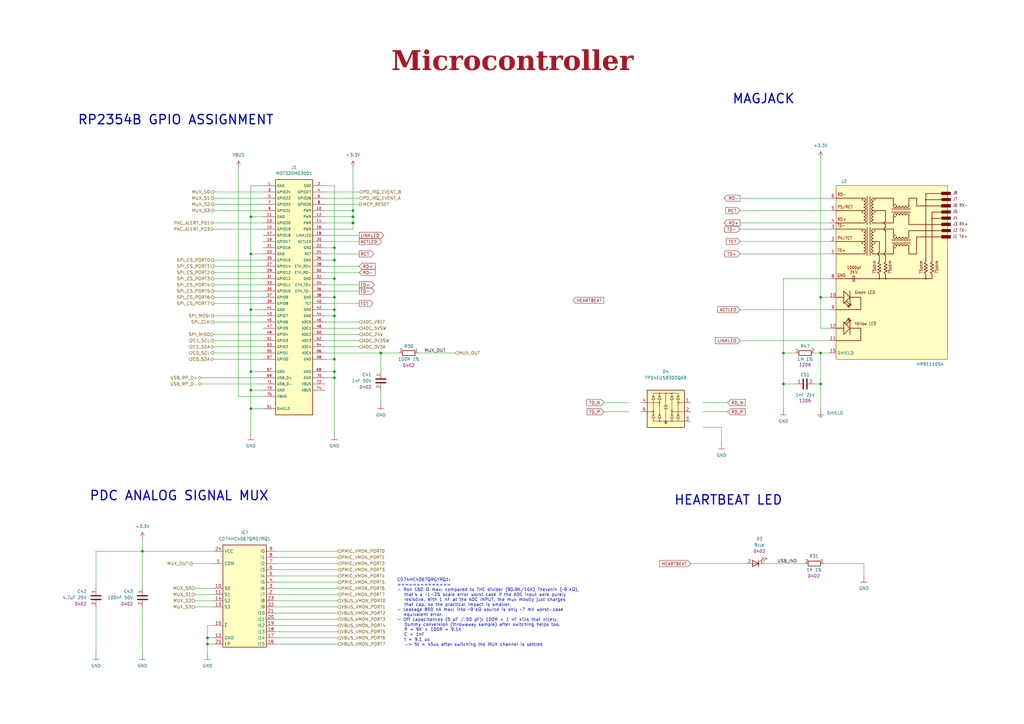
<source format=kicad_sch>
(kicad_sch (version 20250114) (generator "eeschema") (generator_version "9.0")
  (paper "A3")
  (title_block (title "Microcontroller") (date "2026-02-05") (rev "1.0.0") (company "DvidMakesThings"))
  (lib_symbols
    (symbol "DS_Capacitor_0402:100nF 50V 0402"
      (property "Reference" "C" (at 3.81 2.032 0))
      (property "Value" "100nF 50V" (at 3.81 0 0))
      (property "FOOTPRINT_SHORT" "0402" (at 3.81 -2.032 0))
      (symbol "100nF 50V 0402_1_1"
        (pin passive line (at 0 3.81 270) (length 2.794) (name "~") (number "1"))
        (pin passive line (at 0 -3.81 90) (length 2.794) (name "~") (number "2"))
      )
    )
    (symbol "DS_Capacitor_0402:1nF 50V 0402"
      (property "Reference" "C" (at 3.81 2.032 0))
      (property "Value" "1nF 50V" (at 3.81 0 0))
      (property "FOOTPRINT_SHORT" "0402" (at 3.81 -2.032 0))
      (symbol "1nF 50V 0402_1_1"
        (pin passive line (at 0 3.81 270) (length 2.794) (name "~") (number "1"))
        (pin passive line (at 0 -3.81 90) (length 2.794) (name "~") (number "2"))
      )
    )
    (symbol "DS_Capacitor_0402:4.7uF 25V 0402"
      (property "Reference" "C" (at 3.81 2.032 0))
      (property "Value" "4.7uF 25V" (at 3.81 0 0))
      (property "FOOTPRINT_SHORT" "0402" (at 3.81 -2.032 0))
      (symbol "4.7uF 25V 0402_1_1"
        (pin passive line (at 0 3.81 270) (length 2.794) (name "~") (number "1"))
        (pin passive line (at 0 -3.81 90) (length 2.794) (name "~") (number "2"))
      )
    )
    (symbol "DS_Capacitor_1206:1nF 2kV 1206"
      (property "Reference" "C" (at 3.81 2.032 0))
      (property "Value" "1nF 2kV" (at 3.81 0 0))
      (property "FOOTPRINT_SHORT" "1206" (at 3.81 -2.032 0))
      (symbol "1nF 2kV 1206_1_1"
        (pin passive line (at 0 3.81 270) (length 2.794) (name "~") (number "1"))
        (pin passive line (at 0 -3.81 90) (length 2.794) (name "~") (number "2"))
      )
    )
    (symbol "DS_Connector:BladeCore-M54" (exclude_from_sim yes) (in_bom no)
      (property "Reference" "J" (at -7.112 53.34 0))
      (property "Value" "MDT320M03001" (at -9.398 -53.594 0))
      (symbol "BladeCore-M54_0_0"
        (pin power_in line (at -12.7 45.72 0) (length 5.08) (name "GND") (number "1"))
        (pin power_in line (at -12.7 33.02 0) (length 5.08) (name "GND") (number "11"))
        (pin power_in line (at -12.7 17.78 0) (length 5.08) (name "GND") (number "23"))
        (pin power_in line (at -12.7 -5.08 0) (length 5.08) (name "GND") (number "41"))
        (pin power_in line (at -12.7 -30.48 0) (length 5.08) (name "GND") (number "67"))
        (pin power_in line (at -12.7 -38.1 0) (length 5.08) (name "GND") (number "73"))
        (pin power_in line (at -12.7 -40.64 0) (length 5.08) (name "VBUS") (number "75"))
        (pin power_in line (at -12.7 -45.72 0) (length 5.08) (name "SHIELD") (number "S1"))
        (pin passive line (at -12.7 -45.72 0) (length 5.08) (hide yes) (name "SHIELD") (number "S2"))
        (pin power_in line (at 12.7 45.72 180) (length 5.08) (name "GND") (number "2"))
        (pin power_in line (at 12.7 35.56 180) (length 5.08) (name "PWR") (number "10"))
        (pin power_in line (at 12.7 33.02 180) (length 5.08) (name "PWR") (number "12"))
        (pin power_in line (at 12.7 30.48 180) (length 5.08) (name "PWR") (number "14"))
        (pin power_in line (at 12.7 27.94 180) (length 5.08) (name "PWR") (number "16"))
        (pin power_in line (at 12.7 20.32 180) (length 5.08) (name "GND") (number "22"))
        (pin power_in line (at 12.7 15.24 180) (length 5.08) (name "GND") (number "26"))
        (pin power_in line (at 12.7 7.62 180) (length 5.08) (name "GND") (number "32"))
        (pin power_in line (at 12.7 0 180) (length 5.08) (name "GND") (number "38"))
        (pin power_in line (at 12.7 -5.08 180) (length 5.08) (name "GND") (number "42"))
        (pin power_in line (at 12.7 -7.62 180) (length 5.08) (name "GND") (number "44"))
        (pin power_in line (at 12.7 -25.4 180) (length 5.08) (name "GND") (number "58"))
        (pin power_in line (at 12.7 -30.48 180) (length 5.08) (name "GND") (number "68"))
        (pin power_in line (at 12.7 -33.02 180) (length 5.08) (name "GND") (number "70"))
        (pin power_in line (at 12.7 -35.56 180) (length 5.08) (name "VBUS") (number "72"))
        (pin power_in line (at 12.7 -38.1 180) (length 5.08) (name "VBUS") (number "74"))
      )
      (symbol "BladeCore-M54_1_0"
        (pin passive line (at -12.7 43.18 0) (length 5.08) (name "GPIO24") (number "3"))
        (pin passive line (at -12.7 40.64 0) (length 5.08) (name "GPIO23") (number "5"))
        (pin passive line (at -12.7 38.1 0) (length 5.08) (name "GPIO22") (number "7"))
        (pin passive line (at -12.7 35.56 0) (length 5.08) (name "GPIO21") (number "9"))
        (pin passive line (at -12.7 30.48 0) (length 5.08) (name "GPIO20") (number "13"))
        (pin passive line (at -12.7 27.94 0) (length 5.08) (name "GPIO19") (number "15"))
        (pin passive line (at -12.7 25.4 0) (length 5.08) (name "GPIO18") (number "17"))
        (pin passive line (at -12.7 22.86 0) (length 5.08) (name "GPIO17") (number "19"))
        (pin passive line (at -12.7 20.32 0) (length 5.08) (name "GPIO16") (number "21"))
        (pin passive line (at -12.7 15.24 0) (length 5.08) (name "GPIO15") (number "25"))
        (pin passive line (at -12.7 12.7 0) (length 5.08) (name "GPIO14") (number "27"))
        (pin passive line (at -12.7 10.16 0) (length 5.08) (name "GPIO13") (number "29"))
        (pin passive line (at -12.7 7.62 0) (length 5.08) (name "GPIO12") (number "31"))
        (pin passive line (at -12.7 5.08 0) (length 5.08) (name "GPIO11") (number "33"))
        (pin passive line (at -12.7 2.54 0) (length 5.08) (name "GPIO10") (number "35"))
        (pin passive line (at -12.7 0 0) (length 5.08) (name "GPIO9") (number "37"))
        (pin passive line (at -12.7 -2.54 0) (length 5.08) (name "GPIO8") (number "39"))
        (pin passive line (at -12.7 -7.62 0) (length 5.08) (name "GPIO7") (number "43"))
        (pin passive line (at -12.7 -10.16 0) (length 5.08) (name "GPIO6") (number "45"))
        (pin passive line (at -12.7 -12.7 0) (length 5.08) (name "GPIO5") (number "47"))
        (pin passive line (at -12.7 -15.24 0) (length 5.08) (name "GPIO4") (number "49"))
        (pin passive line (at -12.7 -17.78 0) (length 5.08) (name "GPIO3") (number "51"))
        (pin passive line (at -12.7 -20.32 0) (length 5.08) (name "GPIO2") (number "53"))
        (pin passive line (at -12.7 -22.86 0) (length 5.08) (name "GPIO1") (number "55"))
        (pin passive line (at -12.7 -25.4 0) (length 5.08) (name "GPIO0") (number "57"))
        (pin passive line (at -12.7 -33.02 0) (length 5.08) (name "USB_D+") (number "69"))
        (pin passive line (at -12.7 -35.56 0) (length 5.08) (name "USB_D-") (number "71"))
        (pin passive line (at 12.7 43.18 180) (length 5.08) (name "GPIO27") (number "4"))
        (pin passive line (at 12.7 40.64 180) (length 5.08) (name "GPIO26") (number "6"))
        (pin passive line (at 12.7 38.1 180) (length 5.08) (name "GPIO25") (number "8"))
        (pin passive line (at 12.7 25.4 180) (length 5.08) (name "LINKLED") (number "18"))
        (pin passive line (at 12.7 22.86 180) (length 5.08) (name "ACTLED") (number "20"))
        (pin passive line (at 12.7 17.78 180) (length 5.08) (name "RCT") (number "24"))
        (pin passive line (at 12.7 12.7 180) (length 5.08) (name "ETH_RD+") (number "28"))
        (pin passive line (at 12.7 10.16 180) (length 5.08) (name "ETH_RD-") (number "30"))
        (pin passive line (at 12.7 5.08 180) (length 5.08) (name "ETH_TD+") (number "34"))
        (pin passive line (at 12.7 2.54 180) (length 5.08) (name "ETH_TD-") (number "36"))
        (pin passive line (at 12.7 -2.54 180) (length 5.08) (name "TCT") (number "40"))
        (pin passive line (at 12.7 -10.16 180) (length 5.08) (name "ADC0") (number "46"))
        (pin passive line (at 12.7 -12.7 180) (length 5.08) (name "ADC1") (number "48"))
        (pin passive line (at 12.7 -15.24 180) (length 5.08) (name "ADC2") (number "50"))
        (pin passive line (at 12.7 -17.78 180) (length 5.08) (name "ADC3") (number "52"))
        (pin passive line (at 12.7 -20.32 180) (length 5.08) (name "ADC4") (number "54"))
        (pin passive line (at 12.7 -22.86 180) (length 5.08) (name "ADC5") (number "56"))
      )
    )
    (symbol "DS_Connector:HR911105A"
      (property "Reference" "J" (at -1.524 37.084 0))
      (property "Value" "HR911105A" (at -3.302 -37.592 0))
      (symbol "HR911105A_1_0"
        (text "TD+" (at -22.4095 8.302 0) (effects (font (size 1.2772 1.0856)) (justify left bottom)))
        (text "GND" (at -22.3883 -1.9146 0) (effects (font (size 1.2764 1.0849)) (justify left bottom)))
        (text "P4/TCT" (at -22.3844 13.4006 0) (effects (font (size 1.2762 1.0847)) (justify left bottom)))
        (text "P5/RCT" (at -22.3748 26.1555 0) (effects (font (size 1.2758 1.0844)) (justify left bottom)))
        (text "TD-" (at -22.3542 18.4885 0) (effects (font (size 1.275 1.0837)) (justify left bottom)))
        (text "RD-" (at -22.3387 31.2242 0) (effects (font (size 1.2744 1.0832)) (justify left bottom)))
        (text "RD+" (at -22.3335 21.0252 0) (effects (font (size 1.2742 1.083)) (justify left bottom)))
        (text "1000pF" (at -18.5009 1.2418 0) (effects (font (size 1.2759 1.0845)) (justify left bottom)))
        (text "2KV" (at -17.2312 -0.672 0) (effects (font (size 1.2763 1.0848)) (justify left bottom)))
        (text "Yellow LED" (at -15.3752 -21.705 0) (effects (font (size 1.2791 1.0872)) (justify left bottom)))
        (text "Green LED" (at -15.3319 -8.9221 0) (effects (font (size 1.2757 1.0843)) (justify left bottom)))
        (text "75ohm" (at -6.39 -0.655 900) (effects (font (size 1.278 1.0863)) (justify left bottom)))
        (text "75ohm" (at 0 -0.6674 900) (effects (font (size 1.2757 1.0843)) (justify left bottom)))
        (text "75ohm" (at 12.795 -0.6618 900) (effects (font (size 1.2779 1.0862)) (justify left bottom)))
        (text "75ohm" (at 19.1525 -0.6552 900) (effects (font (size 1.276 1.0846)) (justify left bottom)))
        (text "J1 TX+" (at 24.8991 14.0069 0) (effects (font (size 1.2765 1.085)) (justify left bottom)))
        (text "J3 RX+" (at 24.9166 19.1518 0) (effects (font (size 1.277 1.0854)) (justify left bottom)))
        (text "J2 TX-" (at 24.9171 16.5812 0) (effects (font (size 1.2772 1.0856)) (justify left bottom)))
        (text "J4" (at 24.9194 21.7053 0) (effects (font (size 1.2772 1.0856)) (justify left bottom)))
        (text "J8" (at 24.9281 31.9296 0) (effects (font (size 1.2776 1.0859)) (justify left bottom)))
        (text "J6 RX-" (at 24.9283 26.8166 0) (effects (font (size 1.2777 1.086)) (justify left bottom)))
        (text "J7" (at 24.929 29.3671 0) (effects (font (size 1.2778 1.0861)) (justify left bottom)))
        (text "J5" (at 24.9373 24.265 0) (effects (font (size 1.2781 1.0863)) (justify left bottom)))
        (pin passive line (at -25.4 30.48 0) (length 2.54) (name "RD-") (number "6"))
        (pin passive line (at -25.4 25.4 0) (length 2.54) (name "P5/RCT") (number "5"))
        (pin passive line (at -25.4 20.32 0) (length 2.54) (name "RD+") (number "4"))
        (pin passive line (at -25.4 17.78 0) (length 2.54) (name "TD-") (number "3"))
        (pin passive line (at -25.4 12.7 0) (length 2.54) (name "P4/TCT") (number "2"))
        (pin passive line (at -25.4 7.62 0) (length 2.54) (name "TD+") (number "1"))
        (pin power_in line (at -25.4 -2.54 0) (length 2.54) (name "GND") (number "8"))
        (pin passive line (at -25.4 -10.16 0) (length 2.54) (name "GREEN+") (number "10"))
        (pin passive line (at -25.4 -15.24 0) (length 2.54) (name "GREEN-") (number "9"))
        (pin passive line (at -25.4 -22.86 0) (length 2.54) (name "YELLOW+") (number "12"))
        (pin passive line (at -25.4 -27.94 0) (length 2.54) (name "YELLOW-") (number "11"))
        (pin passive line (at -25.4 -33.02 0) (length 2.54) (name "SHIELD") (number "15"))
      )
    )
    (symbol "DS_Diode:TPD4EUSB30DQAR"
      (property "Reference" "D" (at -0.254 12.192 0))
      (property "Value" "TPD4EUSB30DQAR" (at -1.016 -12.7 0))
      (symbol "TPD4EUSB30DQAR_0_0"
        (pin bidirectional line (at -10.16 2.54 0) (length 2.54) (name "~") (number "4"))
        (pin bidirectional line (at -10.16 -1.27 0) (length 2.54) (name "~") (number "5"))
        (pin bidirectional line (at 10.16 2.54 180) (length 2.54) (name "~") (number "1"))
        (pin bidirectional line (at 10.16 -1.27 180) (length 2.54) (name "~") (number "2"))
        (pin power_in line (at 10.16 -5.08 180) (length 2.54) (name "~") (number "3"))
      )
    )
    (symbol "DS_Opto:Blue 0402"
      (property "Reference" "D" (at -1.27 5.08 0))
      (property "Value" "Blue" (at -1.27 2.794 0))
      (property "Size" "0402" (at -1.016 -3.302 0))
      (symbol "Blue 0402_1_1"
        (pin passive line (at -3.81 0 0) (length 2.54) (name "") (number "1"))
        (pin passive line (at 3.81 0 180) (length 2.54) (name "") (number "2"))
      )
    )
    (symbol "DS_Peripherals:CD74HC4067QRGYRQ1"
      (property "Reference" "IC" (at -7.366 23.114 0))
      (property "Value" "CD74HC4067QRGYRQ1" (at -0.254 -24.892 0))
      (symbol "CD74HC4067QRGYRQ1_1_1"
        (pin power_in line (at -12.7 19.05 0) (length 3.81) (name "VCC") (number "24"))
        (pin passive line (at -12.7 13.97 0) (length 3.81) (name "COM") (number "1"))
        (pin input line (at -12.7 3.81 0) (length 3.81) (name "S0") (number "10"))
        (pin input line (at -12.7 1.27 0) (length 3.81) (name "S1") (number "11"))
        (pin input line (at -12.7 -1.27 0) (length 3.81) (name "S2") (number "14"))
        (pin input line (at -12.7 -3.81 0) (length 3.81) (name "S3") (number "13"))
        (pin input line (at -12.7 -11.43 0) (length 3.81) (name "~{E}") (number "15"))
        (pin power_in line (at -12.7 -16.51 0) (length 3.81) (name "GND") (number "12"))
        (pin power_in line (at -12.7 -19.05 0) (length 3.81) (name "EP") (number "25"))
        (pin passive line (at 12.7 19.05 180) (length 3.81) (name "I0") (number "9"))
        (pin passive line (at 12.7 16.51 180) (length 3.81) (name "I1") (number "8"))
        (pin passive line (at 12.7 13.97 180) (length 3.81) (name "I2") (number "7"))
        (pin passive line (at 12.7 11.43 180) (length 3.81) (name "I3") (number "6"))
        (pin passive line (at 12.7 8.89 180) (length 3.81) (name "I4") (number "5"))
        (pin passive line (at 12.7 6.35 180) (length 3.81) (name "I5") (number "4"))
        (pin passive line (at 12.7 3.81 180) (length 3.81) (name "I6") (number "3"))
        (pin passive line (at 12.7 1.27 180) (length 3.81) (name "I7") (number "2"))
        (pin passive line (at 12.7 -1.27 180) (length 3.81) (name "I8") (number "23"))
        (pin passive line (at 12.7 -3.81 180) (length 3.81) (name "I9") (number "22"))
        (pin passive line (at 12.7 -6.35 180) (length 3.81) (name "I10") (number "21"))
        (pin passive line (at 12.7 -8.89 180) (length 3.81) (name "I11") (number "20"))
        (pin passive line (at 12.7 -11.43 180) (length 3.81) (name "I12") (number "19"))
        (pin passive line (at 12.7 -13.97 180) (length 3.81) (name "I13") (number "18"))
        (pin passive line (at 12.7 -16.51 180) (length 3.81) (name "I14") (number "17"))
        (pin passive line (at 12.7 -19.05 180) (length 3.81) (name "I15") (number "16"))
      )
    )
    (symbol "DS_Peripherals:MCP23017T-E/ML"
      (property "Reference" "IC" (at -9.398 24.892 0))
      (property "Value" "MCP23017T-E/ML" (at -0.254 -24.892 0))
      (symbol "MCP23017T-E/ML_1_1"
        (pin power_in line (at -16.51 20.32 0) (length 5.08) (name "VDD") (number "5"))
        (pin bidirectional line (at -16.51 15.24 0) (length 5.08) (name "SDA") (number "9"))
        (pin input line (at -16.51 12.7 0) (length 5.08) (name "SCL") (number "8"))
        (pin no_connect line (at -16.51 10.16 0) (length 5.08) (hide yes) (name "NC") (number "7"))
        (pin no_connect line (at -16.51 7.62 0) (length 5.08) (hide yes) (name "NC") (number "10"))
        (pin tri_state line (at -16.51 5.08 0) (length 5.08) (name "INTB") (number "15"))
        (pin tri_state line (at -16.51 2.54 0) (length 5.08) (name "INTA") (number "16"))
        (pin input line (at -16.51 -2.54 0) (length 5.08) (name "~{RESET}") (number "14"))
        (pin input line (at -16.51 -7.62 0) (length 5.08) (name "A2") (number "13"))
        (pin input line (at -16.51 -10.16 0) (length 5.08) (name "A1") (number "12"))
        (pin input line (at -16.51 -12.7 0) (length 5.08) (name "A0") (number "11"))
        (pin power_in line (at -16.51 -17.78 0) (length 5.08) (name "VSS") (number "6"))
        (pin passive line (at -16.51 -20.32 0) (length 5.08) (name "EP") (number "29"))
        (pin bidirectional line (at 16.51 20.32 180) (length 5.08) (name "GPB0") (number "25"))
        (pin bidirectional line (at 16.51 17.78 180) (length 5.08) (name "GPB1") (number "26"))
        (pin bidirectional line (at 16.51 15.24 180) (length 5.08) (name "GPB2") (number "27"))
        (pin bidirectional line (at 16.51 12.7 180) (length 5.08) (name "GPB3") (number "28"))
        (pin bidirectional line (at 16.51 10.16 180) (length 5.08) (name "GPB4") (number "1"))
        (pin bidirectional line (at 16.51 7.62 180) (length 5.08) (name "GPB5") (number "2"))
        (pin bidirectional line (at 16.51 5.08 180) (length 5.08) (name "GPB6") (number "3"))
        (pin output line (at 16.51 2.54 180) (length 5.08) (name "GPB7") (number "4"))
        (pin bidirectional line (at 16.51 -2.54 180) (length 5.08) (name "GPA0") (number "17"))
        (pin bidirectional line (at 16.51 -5.08 180) (length 5.08) (name "GPA1") (number "18"))
        (pin bidirectional line (at 16.51 -7.62 180) (length 5.08) (name "GPA2") (number "19"))
        (pin bidirectional line (at 16.51 -10.16 180) (length 5.08) (name "GPA3") (number "20"))
        (pin bidirectional line (at 16.51 -12.7 180) (length 5.08) (name "GPA4") (number "21"))
        (pin bidirectional line (at 16.51 -15.24 180) (length 5.08) (name "GPA5") (number "22"))
        (pin bidirectional line (at 16.51 -17.78 180) (length 5.08) (name "GPA6") (number "23"))
        (pin output line (at 16.51 -20.32 180) (length 5.08) (name "GPA7") (number "24"))
      )
    )
    (symbol "DS_Resistor_0402:100R 1% 0402"
      (property "Reference" "R" (at 2.032 2.032 0))
      (property "Value" "100R 1%" (at 2.032 0 0))
      (property "FOOTPRINT_SHORT" "0402" (at 2.032 -2.032 0))
      (symbol "100R 1% 0402_1_1"
        (pin passive line (at 0 3.81 270) (length 1.27) (name "~") (number "1"))
        (pin passive line (at 0 -3.81 90) (length 1.27) (name "~") (number "2"))
      )
    )
    (symbol "DS_Resistor_0402:1K 1% 0402"
      (property "Reference" "R" (at 2.032 2.032 0))
      (property "Value" "1K 1%" (at 2.032 0 0))
      (property "FOOTPRINT_SHORT" "0402" (at 2.032 -2.032 0))
      (symbol "1K 1% 0402_1_1"
        (pin passive line (at 0 3.81 270) (length 1.27) (name "~") (number "1"))
        (pin passive line (at 0 -3.81 90) (length 1.27) (name "~") (number "2"))
      )
    )
    (symbol "DS_Resistor_1206:1M 1% 1206"
      (property "Reference" "R" (at 2.032 2.032 0))
      (property "Value" "1M 1%" (at 2.032 0 0))
      (property "FOOTPRINT_SHORT" "1206" (at 2.032 -2.032 0))
      (symbol "1M 1% 1206_1_1"
        (pin passive line (at 0 3.81 270) (length 1.27) (name "~") (number "1"))
        (pin passive line (at 0 -3.81 90) (length 1.27) (name "~") (number "2"))
      )
    )
    (symbol "DS_Supply:GND" (power) (pin_numbers (hide yes)) (pin_names (offset 0) (hide yes))
      (property "Value" "GND" (at 0 -3.81 0))
      (symbol "GND_1_1"
        (pin power_in line (at 0 0 270) (length 0) (name "~") (number "1"))
      )
    )
    (symbol "DS_Supply:SHIELD" (power) (pin_numbers (hide yes)) (pin_names (offset 0) (hide yes)) (in_bom no) (on_board no)
      (property "Value" "SHIELD" (at 0 -4.064 0))
      (symbol "SHIELD_1_1"
        (pin power_in line (at 0 1.27 270) (length 0) (name "~") (number "1"))
      )
    )
    (symbol "power:+3.3V" (power) (pin_numbers (hide yes)) (pin_names (offset 0) (hide yes))
      (property "Value" "+3.3V" (at 0 3.556 0))
      (symbol "+3.3V_1_1"
        (pin power_in line (at 0 0 90) (length 0) (name "~") (number "1"))
      )
    )
    (symbol "power:VBUS" (power) (pin_numbers (hide yes)) (pin_names (offset 0) (hide yes))
      (property "Value" "VBUS" (at 0 3.556 0))
      (symbol "VBUS_1_1"
        (pin power_in line (at 0 0 90) (length 0) (name "~") (number "1"))
      )
    )
  )
  (text "Read expander: A2=0, A1=1, A0=1 -> 0x23" (at 225.552 -14.986 0) (effects (font (size 1.27 1.27)) (justify left)))
  (text "HEARTBEAT LED" (at 276.352 205.232 0) (effects (font (size 3.81 3.81) (thickness 0.508) (bold yes)) (justify left)))
  (text "PD_RESET_PORTx is pulled HIGH on PDC" (at 272.034 -75.438 0) (effects (font (size 1.27 1.27)) (justify left)))
  (text "CD74HC4067QRGYRQ1:\n==============\n- Ron 160 Ω max: compared to THE divider (90.9K/10K) Thevenin (~9 kΩ), \n   that's a ~1-2% scale error worst case if the ADC input were purely \n   resistive. With 1 nF at the ADC INPUT, the mux mostly just charges \n   that cap, so the practical impact is smaller.\n- Leakage 800 nA max: into ~9 kΩ source is only ~7 mV worst-case \n   equivalent error.\n- Off capacitances (5 pF / 50 pF): 100R + 1 nF kills that nicely. \n   Dummy conversion (throwaway sample) after switching helps too.\n   R = 9K + 100R = 9.1K\n   C = 1nF\n   t = 9.1 us\n   -> 5t = 45us after switching the MUX channel is settled\n" (at 162.814 251.206 0) (effects (font (size 1.27 1.27)) (justify left)))
  (text "MAGJACK" (at 300.228 40.64 0) (effects (font (size 3.81 3.81) (thickness 0.508) (bold yes)) (justify left)))
  (text "PD_IRQ_PORTx is pulled HIGH on PDC" (at 272.796 -23.622 0) (effects (font (size 1.27 1.27)) (justify left)))
  (text "PDC ANALOG SIGNAL MUX" (at 36.576 203.454 0) (effects (font (size 3.81 3.81) (thickness 0.508) (bold yes)) (justify left)))
  (text "PDC RESET AND INTERRUPT" (at 201.422 -92.202 0) (effects (font (size 3.81 3.81) (thickness 0.508) (bold yes)) (justify left)))
  (text "RP2354B GPIO ASSIGNMENT" (at 31.75 49.276 0) (effects (font (size 3.81 3.81) (thickness 0.508) (bold yes)) (justify left)))
  (text_box "Microcontroller" (at 12.7 19.05 0) (size 394.97 12.7) (margins 5.9999 5.9999 5.9999 5.9999) (stroke (width -0.0001)) (effects (font (size 8 8) (thickness 1.2) (bold yes))))
  (junction (at 137.16 154.94))
  (junction (at 137.16 127))
  (junction (at 137.16 106.68))
  (junction (at 102.87 152.4))
  (junction (at 237.49 -68.58))
  (junction (at 137.16 114.3))
  (junction (at 144.78 86.36))
  (junction (at 85.09 261.62))
  (junction (at 144.78 91.44))
  (junction (at 102.87 88.9))
  (junction (at 137.16 129.54))
  (junction (at 234.95 -27.94))
  (junction (at 321.31 157.48))
  (junction (at 156.21 144.78))
  (junction (at 102.87 160.02))
  (junction (at 199.39 -68.58))
  (junction (at 137.16 147.32))
  (junction (at 137.16 101.6))
  (junction (at 336.55 144.78))
  (junction (at 137.16 152.4))
  (junction (at 237.49 -38.1))
  (junction (at 102.87 127))
  (junction (at 102.87 104.14))
  (junction (at 58.42 226.06))
  (junction (at 102.87 167.64))
  (junction (at 321.31 144.78))
  (junction (at 137.16 121.92))
  (junction (at 85.09 264.16))
  (junction (at 144.78 88.9))
  (junction (at 336.55 157.48))
  (junction (at 234.95 -30.48))
  (junction (at 336.55 121.92))
  (wire (pts (xy 224.79 -45.72) (xy 240.03 -45.72)))
  (wire (pts (xy 288.29 175.26) (xy 295.91 175.26)))
  (wire (pts (xy 138.43 231.14) (xy 113.03 231.14)))
  (wire (pts (xy 299.72 -35.56) (xy 273.05 -35.56)))
  (wire (pts (xy 147.32 132.08) (xy 133.35 132.08)))
  (wire (pts (xy 306.07 231.14) (xy 283.21 231.14)))
  (wire (pts (xy 299.72 -53.34) (xy 273.05 -53.34)))
  (wire (pts (xy 299.72 -68.58) (xy 273.05 -68.58)))
  (wire (pts (xy 354.33 231.14) (xy 354.33 236.22)))
  (wire (pts (xy 85.09 261.62) (xy 85.09 264.16)))
  (wire (pts (xy 87.63 144.78) (xy 107.95 144.78)))
  (wire (pts (xy 87.63 139.7) (xy 107.95 139.7)))
  (wire (pts (xy 299.72 -33.02) (xy 273.05 -33.02)))
  (wire (pts (xy 87.63 109.22) (xy 107.95 109.22)))
  (wire (pts (xy 336.55 157.48) (xy 336.55 167.64)))
  (wire (pts (xy 137.16 101.6) (xy 137.16 106.68)))
  (wire (pts (xy 102.87 160.02) (xy 102.87 167.64)))
  (wire (pts (xy 133.35 106.68) (xy 137.16 106.68)))
  (wire (pts (xy 133.35 88.9) (xy 144.78 88.9)))
  (wire (pts (xy 80.01 248.92) (xy 87.63 248.92)))
  (wire (pts (xy 147.32 81.28) (xy 133.35 81.28)))
  (wire (pts (xy 299.72 -38.1) (xy 273.05 -38.1)))
  (wire (pts (xy 147.32 99.06) (xy 133.35 99.06)))
  (wire (pts (xy 102.87 167.64) (xy 102.87 177.8)))
  (wire (pts (xy 303.53 104.14) (xy 340.36 104.14)))
  (wire (pts (xy 102.87 152.4) (xy 107.95 152.4)))
  (wire (pts (xy 138.43 236.22) (xy 113.03 236.22)))
  (wire (pts (xy 102.87 88.9) (xy 107.95 88.9)))
  (wire (pts (xy 186.69 144.78) (xy 171.45 144.78)))
  (wire (pts (xy 87.63 83.82) (xy 107.95 83.82)))
  (wire (pts (xy 80.01 243.84) (xy 87.63 243.84)))
  (wire (pts (xy 257.81 168.91) (xy 247.65 168.91)))
  (wire (pts (xy 85.09 264.16) (xy 85.09 267.97)))
  (wire (pts (xy 102.87 152.4) (xy 102.87 160.02)))
  (wire (pts (xy 199.39 -76.2) (xy 199.39 -68.58)))
  (wire (pts (xy 80.01 246.38) (xy 87.63 246.38)))
  (wire (pts (xy 336.55 134.62) (xy 336.55 121.92)))
  (wire (pts (xy 133.35 144.78) (xy 156.21 144.78)))
  (wire (pts (xy 234.95 -27.94) (xy 234.95 -24.13)))
  (wire (pts (xy 87.63 111.76) (xy 107.95 111.76)))
  (wire (pts (xy 87.63 137.16) (xy 107.95 137.16)))
  (wire (pts (xy 87.63 116.84) (xy 107.95 116.84)))
  (wire (pts (xy 82.55 157.48) (xy 107.95 157.48)))
  (wire (pts (xy 133.35 91.44) (xy 144.78 91.44)))
  (wire (pts (xy 138.43 243.84) (xy 113.03 243.84)))
  (wire (pts (xy 199.39 -68.58) (xy 237.49 -68.58)))
  (wire (pts (xy 85.09 256.54) (xy 85.09 261.62)))
  (wire (pts (xy 147.32 83.82) (xy 133.35 83.82)))
  (wire (pts (xy 313.69 231.14) (xy 330.2 231.14)))
  (wire (pts (xy 303.53 86.36) (xy 340.36 86.36)))
  (wire (pts (xy 87.63 93.98) (xy 107.95 93.98)))
  (wire (pts (xy 340.36 121.92) (xy 336.55 121.92)))
  (wire (pts (xy 87.63 132.08) (xy 107.95 132.08)))
  (wire (pts (xy 288.29 168.91) (xy 298.45 168.91)))
  (wire (pts (xy 58.42 248.92) (xy 58.42 267.97)))
  (wire (pts (xy 58.42 226.06) (xy 58.42 241.3)))
  (wire (pts (xy 147.32 139.7) (xy 133.35 139.7)))
  (wire (pts (xy 147.32 96.52) (xy 133.35 96.52)))
  (wire (pts (xy 138.43 233.68) (xy 113.03 233.68)))
  (wire (pts (xy 87.63 81.28) (xy 107.95 81.28)))
  (wire (pts (xy 87.63 261.62) (xy 85.09 261.62)))
  (wire (pts (xy 138.43 261.62) (xy 113.03 261.62)))
  (wire (pts (xy 299.72 -66.04) (xy 273.05 -66.04)))
  (wire (pts (xy 220.98 -50.8) (xy 240.03 -50.8)))
  (wire (pts (xy 303.53 91.44) (xy 340.36 91.44)))
  (wire (pts (xy 102.87 76.2) (xy 102.87 88.9)))
  (wire (pts (xy 240.03 -38.1) (xy 237.49 -38.1)))
  (wire (pts (xy 102.87 88.9) (xy 102.87 104.14)))
  (wire (pts (xy 299.72 -63.5) (xy 273.05 -63.5)))
  (wire (pts (xy 138.43 238.76) (xy 113.03 238.76)))
  (wire (pts (xy 237.49 -68.58) (xy 240.03 -68.58)))
  (wire (pts (xy 137.16 114.3) (xy 137.16 121.92)))
  (wire (pts (xy 147.32 119.38) (xy 133.35 119.38)))
  (wire (pts (xy 102.87 167.64) (xy 107.95 167.64)))
  (wire (pts (xy 299.72 -43.18) (xy 273.05 -43.18)))
  (wire (pts (xy 58.42 220.98) (xy 58.42 226.06)))
  (wire (pts (xy 137.16 129.54) (xy 137.16 147.32)))
  (wire (pts (xy 133.35 86.36) (xy 144.78 86.36)))
  (wire (pts (xy 138.43 228.6) (xy 113.03 228.6)))
  (wire (pts (xy 138.43 254) (xy 113.03 254)))
  (wire (pts (xy 147.32 134.62) (xy 133.35 134.62)))
  (wire (pts (xy 163.83 144.78) (xy 156.21 144.78)))
  (wire (pts (xy 147.32 142.24) (xy 133.35 142.24)))
  (wire (pts (xy 78.74 231.14) (xy 87.63 231.14)))
  (wire (pts (xy 220.98 -53.34) (xy 240.03 -53.34)))
  (wire (pts (xy 137.16 154.94) (xy 137.16 177.8)))
  (wire (pts (xy 133.35 76.2) (xy 137.16 76.2)))
  (wire (pts (xy 102.87 104.14) (xy 102.87 127)))
  (wire (pts (xy 303.53 81.28) (xy 340.36 81.28)))
  (wire (pts (xy 133.35 147.32) (xy 137.16 147.32)))
  (wire (pts (xy 87.63 256.54) (xy 85.09 256.54)))
  (wire (pts (xy 299.72 -55.88) (xy 273.05 -55.88)))
  (wire (pts (xy 147.32 137.16) (xy 133.35 137.16)))
  (wire (pts (xy 234.95 -40.64) (xy 234.95 -30.48)))
  (wire (pts (xy 199.39 -24.13) (xy 199.39 -34.29)))
  (wire (pts (xy 107.95 162.56) (xy 97.79 162.56)))
  (wire (pts (xy 144.78 93.98) (xy 144.78 91.44)))
  (wire (pts (xy 87.63 121.92) (xy 107.95 121.92)))
  (wire (pts (xy 336.55 157.48) (xy 336.55 144.78)))
  (wire (pts (xy 39.37 267.97) (xy 39.37 248.92)))
  (wire (pts (xy 237.49 -35.56) (xy 237.49 -38.1)))
  (wire (pts (xy 138.43 256.54) (xy 113.03 256.54)))
  (wire (pts (xy 87.63 142.24) (xy 107.95 142.24)))
  (wire (pts (xy 299.72 -58.42) (xy 273.05 -58.42)))
  (wire (pts (xy 58.42 226.06) (xy 87.63 226.06)))
  (wire (pts (xy 133.35 93.98) (xy 144.78 93.98)))
  (wire (pts (xy 102.87 127) (xy 102.87 152.4)))
  (wire (pts (xy 137.16 121.92) (xy 137.16 127)))
  (wire (pts (xy 107.95 104.14) (xy 102.87 104.14)))
  (wire (pts (xy 138.43 246.38) (xy 113.03 246.38)))
  (wire (pts (xy 303.53 139.7) (xy 340.36 139.7)))
  (wire (pts (xy 144.78 68.58) (xy 144.78 86.36)))
  (wire (pts (xy 138.43 248.92) (xy 113.03 248.92)))
  (wire (pts (xy 334.01 144.78) (xy 336.55 144.78)))
  (wire (pts (xy 133.35 101.6) (xy 137.16 101.6)))
  (wire (pts (xy 144.78 88.9) (xy 144.78 86.36)))
  (wire (pts (xy 237.49 -38.1) (xy 237.49 -68.58)))
  (wire (pts (xy 321.31 114.3) (xy 321.31 144.78)))
  (wire (pts (xy 303.53 127) (xy 340.36 127)))
  (wire (pts (xy 137.16 76.2) (xy 137.16 101.6)))
  (wire (pts (xy 133.35 121.92) (xy 137.16 121.92)))
  (wire (pts (xy 321.31 144.78) (xy 321.31 157.48)))
  (wire (pts (xy 133.35 152.4) (xy 137.16 152.4)))
  (wire (pts (xy 336.55 144.78) (xy 340.36 144.78)))
  (wire (pts (xy 138.43 264.16) (xy 113.03 264.16)))
  (wire (pts (xy 288.29 165.1) (xy 298.45 165.1)))
  (wire (pts (xy 299.72 -27.94) (xy 273.05 -27.94)))
  (wire (pts (xy 240.03 -35.56) (xy 237.49 -35.56)))
  (wire (pts (xy 340.36 114.3) (xy 321.31 114.3)))
  (wire (pts (xy 107.95 76.2) (xy 102.87 76.2)))
  (wire (pts (xy 336.55 64.77) (xy 336.55 121.92)))
  (wire (pts (xy 340.36 134.62) (xy 336.55 134.62)))
  (wire (pts (xy 133.35 114.3) (xy 137.16 114.3)))
  (wire (pts (xy 321.31 157.48) (xy 326.39 157.48)))
  (wire (pts (xy 87.63 124.46) (xy 107.95 124.46)))
  (wire (pts (xy 224.79 -60.96) (xy 240.03 -60.96)))
  (wire (pts (xy 138.43 251.46) (xy 113.03 251.46)))
  (wire (pts (xy 97.79 162.56) (xy 97.79 68.58)))
  (wire (pts (xy 147.32 111.76) (xy 133.35 111.76)))
  (wire (pts (xy 147.32 104.14) (xy 133.35 104.14)))
  (wire (pts (xy 144.78 91.44) (xy 144.78 88.9)))
  (wire (pts (xy 147.32 116.84) (xy 133.35 116.84)))
  (wire (pts (xy 137.16 127) (xy 137.16 129.54)))
  (wire (pts (xy 87.63 147.32) (xy 107.95 147.32)))
  (wire (pts (xy 234.95 -30.48) (xy 240.03 -30.48)))
  (wire (pts (xy 299.72 -40.64) (xy 273.05 -40.64)))
  (wire (pts (xy 299.72 -45.72) (xy 273.05 -45.72)))
  (wire (pts (xy 224.79 -63.5) (xy 240.03 -63.5)))
  (wire (pts (xy 234.95 -30.48) (xy 234.95 -27.94)))
  (wire (pts (xy 87.63 86.36) (xy 107.95 86.36)))
  (wire (pts (xy 133.35 129.54) (xy 137.16 129.54)))
  (wire (pts (xy 337.82 231.14) (xy 354.33 231.14)))
  (wire (pts (xy 234.95 -27.94) (xy 240.03 -27.94)))
  (wire (pts (xy 102.87 127) (xy 107.95 127)))
  (wire (pts (xy 133.35 127) (xy 137.16 127)))
  (wire (pts (xy 199.39 -68.58) (xy 199.39 -41.91)))
  (wire (pts (xy 321.31 157.48) (xy 321.31 167.64)))
  (wire (pts (xy 87.63 106.68) (xy 107.95 106.68)))
  (wire (pts (xy 39.37 226.06) (xy 58.42 226.06)))
  (wire (pts (xy 82.55 154.94) (xy 107.95 154.94)))
  (wire (pts (xy 156.21 165.1) (xy 156.21 160.02)))
  (wire (pts (xy 39.37 241.3) (xy 39.37 226.06)))
  (wire (pts (xy 87.63 78.74) (xy 107.95 78.74)))
  (wire (pts (xy 138.43 259.08) (xy 113.03 259.08)))
  (wire (pts (xy 87.63 114.3) (xy 107.95 114.3)))
  (wire (pts (xy 137.16 106.68) (xy 137.16 114.3)))
  (wire (pts (xy 85.09 264.16) (xy 87.63 264.16)))
  (wire (pts (xy 137.16 147.32) (xy 137.16 152.4)))
  (wire (pts (xy 87.63 91.44) (xy 107.95 91.44)))
  (wire (pts (xy 299.72 -30.48) (xy 273.05 -30.48)))
  (wire (pts (xy 299.72 -50.8) (xy 273.05 -50.8)))
  (wire (pts (xy 257.81 165.1) (xy 247.65 165.1)))
  (wire (pts (xy 138.43 241.3) (xy 113.03 241.3)))
  (wire (pts (xy 138.43 226.06) (xy 113.03 226.06)))
  (wire (pts (xy 102.87 160.02) (xy 107.95 160.02)))
  (wire (pts (xy 334.01 157.48) (xy 336.55 157.48)))
  (wire (pts (xy 147.32 124.46) (xy 133.35 124.46)))
  (wire (pts (xy 156.21 144.78) (xy 156.21 152.4)))
  (wire (pts (xy 147.32 109.22) (xy 133.35 109.22)))
  (wire (pts (xy 240.03 -40.64) (xy 234.95 -40.64)))
  (wire (pts (xy 303.53 99.06) (xy 340.36 99.06)))
  (wire (pts (xy 133.35 154.94) (xy 137.16 154.94)))
  (wire (pts (xy 87.63 129.54) (xy 107.95 129.54)))
  (wire (pts (xy 147.32 78.74) (xy 133.35 78.74)))
  (wire (pts (xy 295.91 175.26) (xy 295.91 181.61)))
  (wire (pts (xy 137.16 152.4) (xy 137.16 154.94)))
  (wire (pts (xy 80.01 241.3) (xy 87.63 241.3)))
  (wire (pts (xy 303.53 93.98) (xy 340.36 93.98)))
  (wire (pts (xy 299.72 -60.96) (xy 273.05 -60.96)))
  (wire (pts (xy 326.39 144.78) (xy 321.31 144.78)))
  (wire (pts (xy 87.63 119.38) (xy 107.95 119.38)))
  (label "USB_IND" (at 318.77 231.14 0))
  (label "I2C1_SCL" (at 227.33 -60.96 0))
  (label "PD_IRQ_PORT0" (at 274.32 -45.72 0))
  (label "PD_IRQ_PORT1" (at 274.32 -43.18 0))
  (label "MUX_OUT" (at 173.99 144.78 0))
  (label "I2C1_SDA" (at 227.33 -63.5 0))
  (label "PD_IRQ_EVENT_B" (at 223.52 -53.34 0))
  (label "PD_IRQ_PORT2" (at 274.32 -40.64 0))
  (label "PD_IRQ_PORT6" (at 274.32 -30.48 0))
  (label "PD_IRQ_PORT3" (at 274.32 -38.1 0))
  (label "PD_IRQ_PORT4" (at 274.32 -35.56 0))
  (label "PD_IRQ_PORT5" (at 274.32 -33.02 0))
  (label "PD_IRQ_EVENT_A" (at 223.52 -50.8 0))
  (label "MCP_RESET" (at 226.06 -45.72 0))
  (label "PD_IRQ_PORT7" (at 274.32 -27.94 0))
  (global_label "RD_N" (shape input) (at 298.45 165.1 0) (property "Intersheetrefs" "${INTERSHEET_REFS}" (effects (hide yes))))
  (global_label "ACTLED" (shape input) (at 303.53 127 180) (property "Intersheetrefs" "${INTERSHEET_REFS}" (effects (hide yes))))
  (global_label "LINKLED" (shape input) (at 303.53 139.7 180) (property "Intersheetrefs" "${INTERSHEET_REFS}" (effects (hide yes))))
  (global_label "TD+" (shape output) (at 147.32 116.84 0) (property "Intersheetrefs" "${INTERSHEET_REFS}" (effects (hide yes))))
  (global_label "HEARTBEAT" (shape input) (at 234.95 123.19 0) (property "Intersheetrefs" "${INTERSHEET_REFS}" (effects (hide yes))))
  (global_label "TCT" (shape output) (at 147.32 124.46 0) (property "Intersheetrefs" "${INTERSHEET_REFS}" (effects (hide yes))))
  (global_label "TD-" (shape output) (at 147.32 119.38 0) (property "Intersheetrefs" "${INTERSHEET_REFS}" (effects (hide yes))))
  (global_label "TD-" (shape input) (at 303.53 93.98 180) (property "Intersheetrefs" "${INTERSHEET_REFS}" (effects (hide yes))))
  (global_label "TD+" (shape input) (at 303.53 104.14 180) (property "Intersheetrefs" "${INTERSHEET_REFS}" (effects (hide yes))))
  (global_label "RD_P" (shape input) (at 298.45 168.91 0) (property "Intersheetrefs" "${INTERSHEET_REFS}" (effects (hide yes))))
  (global_label "RCT" (shape input) (at 303.53 86.36 180) (property "Intersheetrefs" "${INTERSHEET_REFS}" (effects (hide yes))))
  (global_label "LINKLED" (shape output) (at 147.32 96.52 0) (property "Intersheetrefs" "${INTERSHEET_REFS}" (effects (hide yes))))
  (global_label "ACTLED" (shape output) (at 147.32 99.06 0) (property "Intersheetrefs" "${INTERSHEET_REFS}" (effects (hide yes))))
  (global_label "TCT" (shape input) (at 303.53 99.06 180) (property "Intersheetrefs" "${INTERSHEET_REFS}" (effects (hide yes))))
  (global_label "RD-" (shape output) (at 303.53 81.28 180) (property "Intersheetrefs" "${INTERSHEET_REFS}" (effects (hide yes))))
  (global_label "HEARTBEAT" (shape input) (at 283.21 231.14 180) (property "Intersheetrefs" "${INTERSHEET_REFS}" (effects (hide yes))))
  (global_label "RD-" (shape input) (at 147.32 111.76 0) (property "Intersheetrefs" "${INTERSHEET_REFS}" (effects (hide yes))))
  (global_label "TD_N" (shape input) (at 247.65 165.1 180) (property "Intersheetrefs" "${INTERSHEET_REFS}" (effects (hide yes))))
  (global_label "TD_P" (shape input) (at 247.65 168.91 180) (property "Intersheetrefs" "${INTERSHEET_REFS}" (effects (hide yes))))
  (global_label "RD+" (shape output) (at 303.53 91.44 180) (property "Intersheetrefs" "${INTERSHEET_REFS}" (effects (hide yes))))
  (global_label "RCT" (shape output) (at 147.32 104.14 0) (property "Intersheetrefs" "${INTERSHEET_REFS}" (effects (hide yes))))
  (global_label "RD+" (shape input) (at 147.32 109.22 0) (property "Intersheetrefs" "${INTERSHEET_REFS}" (effects (hide yes))))
  (hierarchical_label "MUX_S2" (shape output) (at 87.63 83.82 180))
  (hierarchical_label "VBUS_VMON_PORT7" (shape input) (at 138.43 264.16 0))
  (hierarchical_label "ADC_24V" (shape input) (at 147.32 137.16 0))
  (hierarchical_label "ILIM_EN_PORTA0" (shape output) (at 299.72 -68.58 0))
  (hierarchical_label "PD_IRQ_EVENT_B" (shape output) (at 220.98 -53.34 180))
  (hierarchical_label "PD_IRQ_PORT0" (shape input) (at 299.72 -45.72 0))
  (hierarchical_label "PMIC_VMON_PORT1" (shape input) (at 138.43 228.6 0))
  (hierarchical_label "I2C1_SDA" (shape bidirectional) (at 87.63 142.24 180))
  (hierarchical_label "ADC_3V3A" (shape input) (at 147.32 142.24 0))
  (hierarchical_label "ILIM_EN_PORTA2" (shape output) (at 299.72 -58.42 0))
  (hierarchical_label "VBUS_VMON_PORT6" (shape input) (at 138.43 261.62 0))
  (hierarchical_label "MCP_RESET" (shape input) (at 224.79 -45.72 180))
  (hierarchical_label "I2C0_SDA" (shape bidirectional) (at 87.63 147.32 180))
  (hierarchical_label "PMIC_VMON_PORT2" (shape input) (at 138.43 231.14 0))
  (hierarchical_label "ILIM_EN_PORTA1" (shape output) (at 299.72 -63.5 0))
  (hierarchical_label "VBUS_VMON_PORT5" (shape input) (at 138.43 259.08 0))
  (hierarchical_label "PD_IRQ_EVENT_A" (shape output) (at 220.98 -50.8 180))
  (hierarchical_label "PMIC_VMON_PORT4" (shape input) (at 138.43 236.22 0))
  (hierarchical_label "I2C1_SDA" (shape bidirectional) (at 224.79 -63.5 180))
  (hierarchical_label "VBUS_VMON_PORT4" (shape input) (at 138.43 256.54 0))
  (hierarchical_label "PD_IRQ_PORT2" (shape input) (at 299.72 -40.64 0))
  (hierarchical_label "I2C1_SCL" (shape input) (at 224.79 -60.96 180))
  (hierarchical_label "SPI_MISO" (shape input) (at 87.63 137.16 180))
  (hierarchical_label "MUX_OUT" (shape output) (at 78.74 231.14 180))
  (hierarchical_label "MUX_S1" (shape output) (at 87.63 81.28 180))
  (hierarchical_label "ADC_3V3SW" (shape input) (at 147.32 139.7 0))
  (hierarchical_label "MCP_RESET" (shape output) (at 147.32 83.82 0))
  (hierarchical_label "PD_IRQ_EVENT_B" (shape input) (at 147.32 78.74 0))
  (hierarchical_label "FAULT_PORTA1" (shape input) (at 299.72 -60.96 0))
  (hierarchical_label "USB_RP_D-" (shape bidirectional) (at 82.55 157.48 180))
  (hierarchical_label "MUX_OUT" (shape input) (at 186.69 144.78 0))
  (hierarchical_label "MUX_S3" (shape output) (at 87.63 86.36 180))
  (hierarchical_label "SPI_CS_PORT5" (shape output) (at 87.63 119.38 180))
  (hierarchical_label "SPI_CS_PORT6" (shape output) (at 87.63 121.92 180))
  (hierarchical_label "VBUS_VMON_PORT1" (shape input) (at 138.43 248.92 0))
  (hierarchical_label "FAULT_PORTA3" (shape input) (at 299.72 -50.8 0))
  (hierarchical_label "USB_RP_D+" (shape bidirectional) (at 82.55 154.94 180))
  (hierarchical_label "PMIC_VMON_PORT6" (shape input) (at 138.43 241.3 0))
  (hierarchical_label "MUX_S0" (shape output) (at 87.63 78.74 180))
  (hierarchical_label "FAULT_PORTA2" (shape input) (at 299.72 -55.88 0))
  (hierarchical_label "VBUS_VMON_PORT0" (shape input) (at 138.43 246.38 0))
  (hierarchical_label "SPI_CS_PORT0" (shape output) (at 87.63 106.68 180))
  (hierarchical_label "PD_IRQ_PORT1" (shape input) (at 299.72 -43.18 0))
  (hierarchical_label "PAC_ALERT_P01" (shape bidirectional) (at 87.63 91.44 180))
  (hierarchical_label "PD_IRQ_PORT7" (shape input) (at 299.72 -27.94 0))
  (hierarchical_label "MUX_S0" (shape input) (at 80.01 241.3 180))
  (hierarchical_label "PMIC_VMON_PORT3" (shape input) (at 138.43 233.68 0))
  (hierarchical_label "VBUS_VMON_PORT3" (shape input) (at 138.43 254 0))
  (hierarchical_label "PD_IRQ_EVENT_A" (shape input) (at 147.32 81.28 0))
  (hierarchical_label "ADC_5VSW" (shape input) (at 147.32 134.62 0))
  (hierarchical_label "PMIC_VMON_PORT7" (shape input) (at 138.43 243.84 0))
  (hierarchical_label "PD_IRQ_PORT6" (shape input) (at 299.72 -30.48 0))
  (hierarchical_label "SPI_CS_PORT2" (shape output) (at 87.63 111.76 180))
  (hierarchical_label "MUX_S2" (shape input) (at 80.01 246.38 180))
  (hierarchical_label "SPI_CS_PORT4" (shape output) (at 87.63 116.84 180))
  (hierarchical_label "PD_IRQ_PORT3" (shape input) (at 299.72 -38.1 0))
  (hierarchical_label "SPI_CLK" (shape output) (at 87.63 132.08 180))
  (hierarchical_label "I2C1_SCL" (shape output) (at 87.63 139.7 180))
  (hierarchical_label "SPI_MOSI" (shape output) (at 87.63 129.54 180))
  (hierarchical_label "PAC_ALERT_P23" (shape bidirectional) (at 87.63 93.98 180))
  (hierarchical_label "MUX_S3" (shape input) (at 80.01 248.92 180))
  (hierarchical_label "ADC_VREF" (shape input) (at 147.32 132.08 0))
  (hierarchical_label "PMIC_VMON_PORT5" (shape input) (at 138.43 238.76 0))
  (hierarchical_label "SPI_CS_PORT7" (shape output) (at 87.63 124.46 180))
  (hierarchical_label "SPI_CS_PORT3" (shape output) (at 87.63 114.3 180))
  (hierarchical_label "MUX_S1" (shape input) (at 80.01 243.84 180))
  (hierarchical_label "ILIM_EN_PORTA3" (shape output) (at 299.72 -53.34 0))
  (hierarchical_label "PD_IRQ_PORT4" (shape input) (at 299.72 -35.56 0))
  (hierarchical_label "VBUS_VMON_PORT2" (shape input) (at 138.43 251.46 0))
  (hierarchical_label "I2C0_SCL" (shape output) (at 87.63 144.78 180))
  (hierarchical_label "PD_IRQ_PORT5" (shape input) (at 299.72 -33.02 0))
  (hierarchical_label "FAULT_PORTA0" (shape input) (at 299.72 -66.04 0))
  (hierarchical_label "PMIC_VMON_PORT0" (shape input) (at 138.43 226.06 0))
  (hierarchical_label "SPI_CS_PORT1" (shape output) (at 87.63 109.22 180))
  (symbol (lib_id "power:+3.3V") (at 58.42 220.98 0) (mirror y) (unit 1)
    (property "Reference" "#PWR083" (effects (hide yes)))
    (property "Value" "+3.3V" (at 58.42 215.9 0))
    (property "Description" "Power symbol creates a global label with name \"+3.3V\"" (effects (hide yes)))
  )
  (symbol (lib_id "DS_Diode:TPD4EUSB30DQAR") (at 273.05 167.64 0) (unit 1)
    (property "Reference" "D4" (at 273.05 152.4 0))
    (property "Value" "TPD4EUSB30DQAR" (at 273.05 154.94 0))
    (property "Footprint" "DS_Diode:USON10_2.5x1" (effects (hide yes)))
    (property "Datasheet" "https://www.ti.com/lit/ds/symlink/tpd4eusb30.pdf" (effects (hide yes)))
    (property "Description" "8V Clamp 1A (8/20µs) Ipp Tv" (effects (hide yes)))
    (property "MFR" "Texas Instruments" (effects (hide yes)))
    (property "MPN" "TPD4EUSB30DQAR" (effects (hide yes)))
    (property "ROHS" "YES" (effects (hide yes)))
    (property "LCSC_PART" "C5199222" (effects (hide yes)))
  )
  (symbol (lib_id "DS_Capacitor_0402:4.7uF 25V 0402") (at 39.37 245.11 0) (mirror y) (unit 1)
    (property "Reference" "C42" (at 35.56 242.5699 0) (effects (justify left)))
    (property "Value" "4.7uF 25V" (at 35.56 245.1099 0) (effects (justify left)))
    (property "Footprint" "Capacitor_SMD:C_0402_1005Metric" (effects (hide yes)))
    (property "Description" "25V 4.7uF X5R ±20% 0402 Multilayer Ceramic Capacitors MLCC - SMD/SMT ROHS" (effects (hide yes)))
    (property "FOOTPRINT_SHORT" "0402" (at 35.56 247.6499 0) (effects (justify left)))
    (property "ROHS" "YES" (effects (hide yes)))
    (property "LCSC_PART" "C22367824" (effects (hide yes)))
    (property "MFR" "Murata" (effects (hide yes)))
  )
  (symbol (lib_id "power:+3.3V") (at 199.39 -76.2 0) (mirror y) (unit 1)
    (property "Reference" "#PWR044" (effects (hide yes)))
    (property "Value" "+3.3V" (at 199.39 -81.28 0))
    (property "Description" "Power symbol creates a global label with name \"+3.3V\"" (effects (hide yes)))
  )
  (symbol (lib_id "DS_Peripherals:MCP23017T-E/ML") (at 256.54 -48.26 0) (unit 1)
    (property "Reference" "IC2" (at 256.54 -76.2 0))
    (property "Value" "MCP23017T-E/ML" (at 256.54 -73.66 0))
    (property "Footprint" "DS_Peripherals:QFN-28-1EP_6x6mm_P0.65mm_EP4.25x4.25mm_ThermalVias" (effects (hide yes)))
    (property "Datasheet" "https://ww1.microchip.com/downloads/aemDocuments/documents/APID/ProductDocuments/DataSheets/MCP23017-Data-Sheet-DS20001952.pdf" (effects (hide yes)))
    (property "Description" "I/O Expander 16 I2C 1.7 MHz 28-QFN (6x6)" (effects (hide yes)))
    (property "MPN" "MCP23017T-E/ML" (effects (hide yes)))
    (property "MFR" "Microchip Technology" (effects (hide yes)))
    (property "LCSC_PART" "C629439" (effects (hide yes)))
    (property "DIST1" "https://www.digikey.at/en/products/detail/microchip-technology/MCP23017T-E-ML/964183" (effects (hide yes)))
    (property "ROHS" "YES" (effects (hide yes)))
  )
  (symbol (lib_id "DS_Supply:GND") (at 321.31 167.64 0) (unit 1)
    (property "Reference" "#PWR0102" (effects (hide yes)))
    (property "Value" "GND" (at 321.31 172.72 0))
    (property "Description" "Power symbol creates a global label with name \"GND\" , ground" (effects (hide yes)))
  )
  (symbol (lib_id "DS_Resistor_1206:1M 1% 1206") (at 330.2 144.78 90) (unit 1)
    (property "Reference" "R47" (at 330.2 141.986 90))
    (property "Value" "1M 1%" (at 330.2 147.32 90))
    (property "Footprint" "Resistor_SMD:R_1206_3216Metric" (effects (hide yes)))
    (property "Description" "250mW Thick Film Resistors 200V ±100ppm/℃ ±1% 1MΩ 1206 Chip Resistor - Surface Mount ROHS" (effects (hide yes)))
    (property "LCSC_PART" "C17927" (effects (hide yes)))
    (property "ROHS" "YES" (effects (hide yes)))
    (property "FOOTPRINT_SHORT" "1206" (at 330.2 149.606 90))
    (property "MFR" "Uniohm" (effects (hide yes)))
  )
  (symbol (lib_id "DS_Capacitor_1206:1nF 2kV 1206") (at 330.2 157.48 90) (mirror x) (unit 1)
    (property "Reference" "C51" (at 330.2 153.67 90))
    (property "Value" "1nF 2kV" (at 330.2 162.052 90))
    (property "Footprint" "Capacitor_SMD:C_1206_3216Metric" (effects (hide yes)))
    (property "Description" "Chip Capacitor (MLCC) 1206 1nF ±10% 2KV X7R" (effects (hide yes)))
    (property "FOOTPRINT_SHORT" "1206" (at 330.2 164.338 90))
    (property "ROHS" "YES" (effects (hide yes)))
    (property "LCSC_PART" "C173242" (effects (hide yes)))
    (property "MFR" "Johanson Dielectrics " (effects (hide yes)))
  )
  (symbol (lib_id "DS_Supply:SHIELD") (at 336.55 168.91 0) (unit 1) (in_bom no) (on_board no)
    (property "Reference" "#SHIELD01" (effects (hide yes)))
    (property "Value" "SHIELD" (at 339.09 169.4179 0) (effects (justify left)))
    (property "Description" "Power symbol creates a global label with name \"SHIELD\"" (effects (hide yes)))
  )
  (symbol (lib_id "DS_Supply:GND") (at 137.16 177.8 0) (unit 1)
    (property "Reference" "#PWR042" (effects (hide yes)))
    (property "Value" "GND" (at 137.16 182.88 0))
    (property "Description" "Power symbol creates a global label with name \"GND\" , ground" (effects (hide yes)))
  )
  (symbol (lib_id "power:VBUS") (at 97.79 68.58 0) (unit 1)
    (property "Reference" "#PWR043" (effects (hide yes)))
    (property "Value" "VBUS" (at 97.79 63.5 0))
    (property "Description" "Power symbol creates a global label with name \"VBUS\"" (effects (hide yes)))
  )
  (symbol (lib_id "DS_Connector:HR911105A") (at 365.76 111.76 0) (unit 1)
    (property "Reference" "J2" (at 344.932 74.422 0) (effects (justify left)))
    (property "Value" "HR911105A" (at 375.92 149.352 0) (effects (justify left)))
    (property "Footprint" "DS_Connector:100BASE_MAGJACK" (effects (hide yes)))
    (property "Datasheet" "https://core-electronics.com.au/attachments/localcontent/cc11be56d66bb63d5f1eeb85492439c0_335950a6d06.pdf" (effects (hide yes)))
    (property "Description" "1 Filtered Gold Non-PoE Phosphor bronze RJ45 Jack Right Angle Shielded With LED Plugin Ethernet Connectors / Modular Connectors (RJ45 RJ11) ROHS" (effects (hide yes)))
    (property "MPN" "HR911105A" (effects (hide yes)))
    (property "MFR" "HANRUN" (effects (hide yes)))
    (property "ROHS" "YES" (effects (hide yes)))
    (property "LCSC_PART" "C12074" (effects (hide yes)))
  )
  (symbol (lib_id "DS_Capacitor_0402:1nF 50V 0402") (at 156.21 156.21 0) (unit 1)
    (property "Reference" "C41" (at 152.4 153.6699 0) (effects (justify right)))
    (property "Value" "1nF 50V" (at 152.4 156.2099 0) (effects (justify right)))
    (property "Footprint" "Capacitor_SMD:C_0402_1005Metric" (effects (hide yes)))
    (property "Description" "50V 1nF X7R ±10% 0402 Multilayer Ceramic Capacitors MLCC - SMD/SMT ROHS" (effects (hide yes)))
    (property "FOOTPRINT_SHORT" "0402" (at 152.4 158.7499 0) (effects (justify right)))
    (property "ROHS" "YES" (effects (hide yes)))
    (property "LCSC_PART" "C14442" (effects (hide yes)))
  )
  (symbol (lib_id "DS_Resistor_0402:1K 1% 0402") (at 334.01 231.14 270) (unit 1)
    (property "Reference" "R31" (at 335.788 228.092 90) (effects (justify right)))
    (property "Value" "1K 1%" (at 337.058 233.68 90) (effects (justify right)))
    (property "Footprint" "Resistor_SMD:R_0402_1005Metric" (effects (hide yes)))
    (property "Description" "62.5mW Thick Film Resistors 50V ±100ppm/℃ ±1% 1kΩ 0402 Chip Resistor - Surface Mount ROHS" (effects (hide yes)))
    (property "LCSC_PART" "C11702" (effects (hide yes)))
    (property "ROHS" "YES" (effects (hide yes)))
    (property "FOOTPRINT_SHORT" "0402" (at 336.296 236.22 90) (effects (justify right)))
    (property "MFR" "FH" (effects (hide yes)))
  )
  (symbol (lib_id "DS_Capacitor_0402:100nF 50V 0402") (at 199.39 -38.1 0) (unit 1)
    (property "Reference" "C17" (at 203.2 -40.6401 0) (effects (justify left)))
    (property "Value" "100nF 50V" (at 203.2 -38.1001 0) (effects (justify left)))
    (property "Footprint" "Capacitor_SMD:C_0402_1005Metric" (effects (hide yes)))
    (property "Description" "50V 100nF X7R ±10% 0402 Multilayer Ceramic Capacitors MLCC - SMD/SMT ROHS" (effects (hide yes)))
    (property "FOOTPRINT_SHORT" "0402" (at 203.2 -35.5601 0) (effects (justify left)))
    (property "ROHS" "YES" (effects (hide yes)))
    (property "LCSC_PART" "C307331" (effects (hide yes)))
  )
  (symbol (lib_id "DS_Supply:GND") (at 58.42 267.97 0) (unit 1)
    (property "Reference" "#PWR086" (effects (hide yes)))
    (property "Value" "GND" (at 58.42 273.05 0))
    (property "Description" "Power symbol creates a global label with name \"GND\" , ground" (effects (hide yes)))
  )
  (symbol (lib_id "DS_Supply:GND") (at 295.91 181.61 0) (unit 1)
    (property "Reference" "#PWR0103" (effects (hide yes)))
    (property "Value" "GND" (at 295.91 186.69 0))
    (property "Description" "Power symbol creates a global label with name \"GND\" , ground" (effects (hide yes)))
  )
  (symbol (lib_id "DS_Peripherals:CD74HC4067QRGYRQ1") (at 100.33 245.11 0) (unit 1)
    (property "Reference" "IC7" (at 100.33 218.44 0))
    (property "Value" "CD74HC4067QRGYRQ1" (at 100.33 220.98 0))
    (property "Footprint" "DS_Peripherals:Texas_RGY_R-PVQFN-N24_EP2.05x3.1mm_ThermalVias" (effects (hide yes)))
    (property "Datasheet" "https://www.ti.com/lit/ds/symlink/cd74hct4067-q1.pdf?ts=1751855183969" (effects (hide yes)))
    (property "Description" "1 Circuit IC Switch 16:1 160Ohm 24-VQFN (5.5x3.5)" (effects (hide yes)))
    (property "MPN" "CD74HC4067QRGYRQ1" (effects (hide yes)))
    (property "MFR" "Texas Instruments" (effects (hide yes)))
    (property "LCSC_PART" "C48731605" (effects (hide yes)))
    (property "DIST1" "https://www.digikey.at/en/products/detail/texas-instruments/CD74HC4067QRGYRQ1/26690664" (effects (hide yes)))
    (property "ROHS" "YES" (effects (hide yes)))
  )
  (symbol (lib_id "DS_Supply:GND") (at 85.09 267.97 0) (unit 1)
    (property "Reference" "#PWR087" (effects (hide yes)))
    (property "Value" "GND" (at 85.09 273.05 0))
    (property "Description" "Power symbol creates a global label with name \"GND\" , ground" (effects (hide yes)))
  )
  (symbol (lib_id "DS_Connector:BladeCore-M54") (at 120.65 121.92 0) (unit 1) (exclude_from_sim yes) (in_bom no)
    (property "Reference" "J1" (at 120.65 68.58 0))
    (property "Value" "MDT320M03001" (at 120.65 71.12 0))
    (property "Footprint" "DS_Connector:BladeCore-M54" (effects (hide yes)))
    (property "Datasheet" "https://cdn.amphenol-cs.com/media/wysiwyg/files/documentation/datasheet/ssio/ssio_pcie_m2.pdf" (effects (hide yes)))
    (property "Description" "67 Position Female Connector M.2 (NGFF) Mini Card Gold 0.020\" (0.50mm) Black M-Key" (effects (hide yes)))
    (property "LCSC_PART" "C5086252" (effects (hide yes)))
    (property "MPN" "MDT320M03001" (effects (hide yes)))
    (property "MFR" "Amphenol ICC (FCI)" (effects (hide yes)))
    (property "ROHS" "YES" (effects (hide yes)))
    (property "DIST1" "https://www.digikey.at/en/products/detail/amphenol-icc-fci/mdt320m03001/5810349" (effects (hide yes)))
  )
  (symbol (lib_id "DS_Resistor_0402:100R 1% 0402") (at 167.64 144.78 270) (mirror x) (unit 1)
    (property "Reference" "R30" (at 167.64 141.986 90))
    (property "Value" "100R 1%" (at 167.64 147.32 90))
    (property "Footprint" "Resistor_SMD:R_0402_1005Metric" (effects (hide yes)))
    (property "Description" "62.5mW Thick Film Resistors 50V ±1% ±200ppm/℃ 100Ω 0402 Chip Resistor - Surface Mount ROHS" (effects (hide yes)))
    (property "LCSC_PART" "C25076" (effects (hide yes)))
    (property "ROHS" "YES" (effects (hide yes)))
    (property "FOOTPRINT_SHORT" "0402" (at 167.64 149.86 90))
  )
  (symbol (lib_id "DS_Capacitor_0402:100nF 50V 0402") (at 58.42 245.11 0) (mirror y) (unit 1)
    (property "Reference" "C43" (at 54.61 242.5699 0) (effects (justify left)))
    (property "Value" "100nF 50V" (at 54.61 245.1099 0) (effects (justify left)))
    (property "Footprint" "Capacitor_SMD:C_0402_1005Metric" (effects (hide yes)))
    (property "Description" "50V 100nF X7R ±10% 0402 Multilayer Ceramic Capacitors MLCC - SMD/SMT ROHS" (effects (hide yes)))
    (property "FOOTPRINT_SHORT" "0402" (at 54.61 247.6499 0) (effects (justify left)))
    (property "ROHS" "YES" (effects (hide yes)))
    (property "LCSC_PART" "C307331" (effects (hide yes)))
  )
  (symbol (lib_id "DS_Supply:GND") (at 354.33 236.22 0) (unit 1)
    (property "Reference" "#PWR084" (effects (hide yes)))
    (property "Value" "GND" (at 354.33 241.3 0))
    (property "Description" "Power symbol creates a global label with name \"GND\" , ground" (effects (hide yes)))
  )
  (symbol (lib_id "DS_Opto:Blue 0402") (at 309.88 231.14 180) (unit 1)
    (property "Reference" "D3" (at 311.4675 220.98 0))
    (property "Value" "Blue" (at 311.4675 223.52 0))
    (property "Footprint" "LED_SMD:LED_0402_1005Metric" (effects (hide yes)))
    (property "Datasheet" "https://jlcpcb.com/api/file/downloadByFileSystemAccessId/8590921452453912577" (effects (hide yes)))
    (property "Description" "-40℃~+85℃ 120° 20mA 240mcd 3.3V 455nm~475nm 465nm 70mW Blue Discrete Diode Top-mount Water Clear 0402 LED Indication - Discrete ROHS" (effects (hide yes)))
    (property "MPN" "XL-1005UBC" (effects (hide yes)))
    (property "MFR" "XINGLIGHT" (effects (hide yes)))
    (property "LCSC_PART" "C22355736" (effects (hide yes)))
    (property "ROHS" "YES" (effects (hide yes)))
    (property "Size" "0402" (at 311.4675 226.06 0))
  )
  (symbol (lib_id "power:+3.3V") (at 144.78 68.58 0) (mirror y) (unit 1)
    (property "Reference" "#PWR040" (effects (hide yes)))
    (property "Value" "+3.3V" (at 144.78 63.5 0))
    (property "Description" "Power symbol creates a global label with name \"+3.3V\"" (effects (hide yes)))
  )
  (symbol (lib_id "DS_Supply:GND") (at 199.39 -24.13 0) (unit 1)
    (property "Reference" "#PWR045" (effects (hide yes)))
    (property "Value" "GND" (at 199.39 -19.05 0))
    (property "Description" "Power symbol creates a global label with name \"GND\" , ground" (effects (hide yes)))
  )
  (symbol (lib_id "DS_Supply:GND") (at 102.87 177.8 0) (unit 1)
    (property "Reference" "#PWR041" (effects (hide yes)))
    (property "Value" "GND" (at 102.87 182.88 0))
    (property "Description" "Power symbol creates a global label with name \"GND\" , ground" (effects (hide yes)))
  )
  (symbol (lib_id "DS_Supply:GND") (at 156.21 165.1 0) (unit 1)
    (property "Reference" "#PWR082" (effects (hide yes)))
    (property "Value" "GND" (at 156.21 170.18 0))
    (property "Description" "Power symbol creates a global label with name \"GND\" , ground" (effects (hide yes)))
  )
  (symbol (lib_id "DS_Supply:GND") (at 234.95 -24.13 0) (unit 1)
    (property "Reference" "#PWR046" (effects (hide yes)))
    (property "Value" "GND" (at 234.95 -19.05 0))
    (property "Description" "Power symbol creates a global label with name \"GND\" , ground" (effects (hide yes)))
  )
  (symbol (lib_id "DS_Supply:GND") (at 39.37 267.97 0) (unit 1)
    (property "Reference" "#PWR085" (effects (hide yes)))
    (property "Value" "GND" (at 39.37 273.05 0))
    (property "Description" "Power symbol creates a global label with name \"GND\" , ground" (effects (hide yes)))
  )
  (symbol (lib_id "power:+3.3V") (at 336.55 64.77 0) (mirror y) (unit 1)
    (property "Reference" "#PWR039" (effects (hide yes)))
    (property "Value" "+3.3V" (at 336.55 59.69 0))
    (property "Description" "Power symbol creates a global label with name \"+3.3V\"" (effects (hide yes)))
  )
)
</source>
